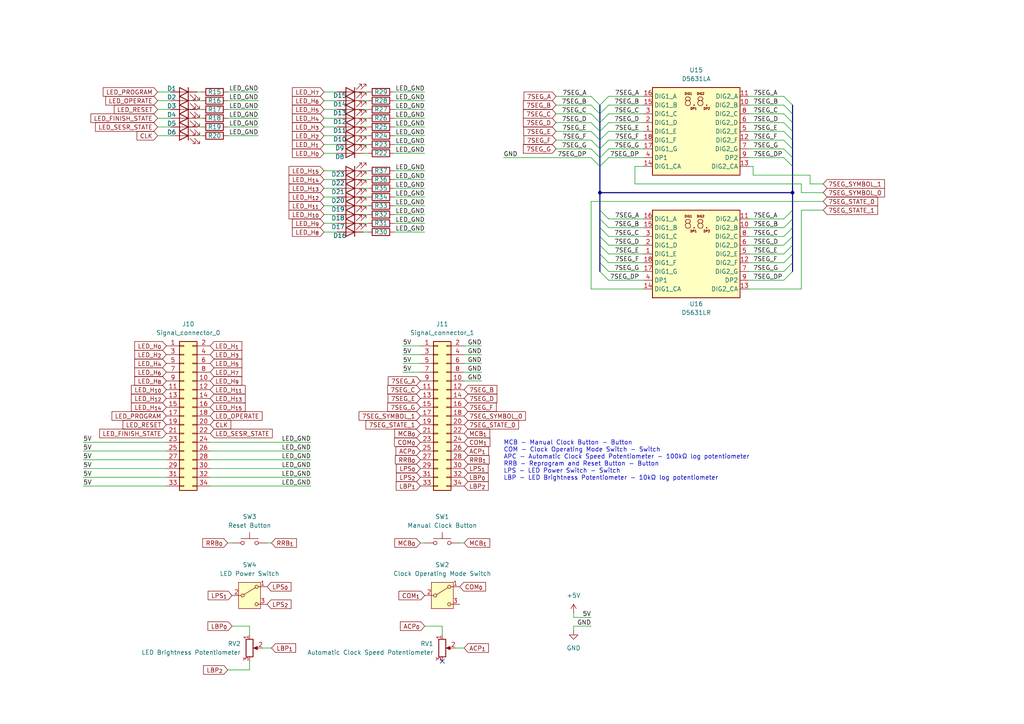
<source format=kicad_sch>
(kicad_sch (version 20250114) (generator "eeschema") (generator_version "9.0")
  (paper "A4")
  (lib_symbols
    (symbol "Connector_Generic:Conn_02x17_Odd_Even" (pin_names (offset 1.016) (hide yes))
      (property "Reference" "J" (at 1.27 22.86 0))
      (property "Value" "Conn_02x17_Odd_Even" (at 1.27 -22.86 0))
      (symbol "Conn_02x17_Odd_Even_1_1"
        (pin passive line (at -5.08 20.32 0) (length 3.81) (name "Pin_1") (number "1"))
        (pin passive line (at -5.08 17.78 0) (length 3.81) (name "Pin_3") (number "3"))
        (pin passive line (at -5.08 15.24 0) (length 3.81) (name "Pin_5") (number "5"))
        (pin passive line (at -5.08 12.7 0) (length 3.81) (name "Pin_7") (number "7"))
        (pin passive line (at -5.08 10.16 0) (length 3.81) (name "Pin_9") (number "9"))
        (pin passive line (at -5.08 7.62 0) (length 3.81) (name "Pin_11") (number "11"))
        (pin passive line (at -5.08 5.08 0) (length 3.81) (name "Pin_13") (number "13"))
        (pin passive line (at -5.08 2.54 0) (length 3.81) (name "Pin_15") (number "15"))
        (pin passive line (at -5.08 0 0) (length 3.81) (name "Pin_17") (number "17"))
        (pin passive line (at -5.08 -2.54 0) (length 3.81) (name "Pin_19") (number "19"))
        (pin passive line (at -5.08 -5.08 0) (length 3.81) (name "Pin_21") (number "21"))
        (pin passive line (at -5.08 -7.62 0) (length 3.81) (name "Pin_23") (number "23"))
        (pin passive line (at -5.08 -10.16 0) (length 3.81) (name "Pin_25") (number "25"))
        (pin passive line (at -5.08 -12.7 0) (length 3.81) (name "Pin_27") (number "27"))
        (pin passive line (at -5.08 -15.24 0) (length 3.81) (name "Pin_29") (number "29"))
        (pin passive line (at -5.08 -17.78 0) (length 3.81) (name "Pin_31") (number "31"))
        (pin passive line (at -5.08 -20.32 0) (length 3.81) (name "Pin_33") (number "33"))
        (pin passive line (at 7.62 20.32 180) (length 3.81) (name "Pin_2") (number "2"))
        (pin passive line (at 7.62 17.78 180) (length 3.81) (name "Pin_4") (number "4"))
        (pin passive line (at 7.62 15.24 180) (length 3.81) (name "Pin_6") (number "6"))
        (pin passive line (at 7.62 12.7 180) (length 3.81) (name "Pin_8") (number "8"))
        (pin passive line (at 7.62 10.16 180) (length 3.81) (name "Pin_10") (number "10"))
        (pin passive line (at 7.62 7.62 180) (length 3.81) (name "Pin_12") (number "12"))
        (pin passive line (at 7.62 5.08 180) (length 3.81) (name "Pin_14") (number "14"))
        (pin passive line (at 7.62 2.54 180) (length 3.81) (name "Pin_16") (number "16"))
        (pin passive line (at 7.62 0 180) (length 3.81) (name "Pin_18") (number "18"))
        (pin passive line (at 7.62 -2.54 180) (length 3.81) (name "Pin_20") (number "20"))
        (pin passive line (at 7.62 -5.08 180) (length 3.81) (name "Pin_22") (number "22"))
        (pin passive line (at 7.62 -7.62 180) (length 3.81) (name "Pin_24") (number "24"))
        (pin passive line (at 7.62 -10.16 180) (length 3.81) (name "Pin_26") (number "26"))
        (pin passive line (at 7.62 -12.7 180) (length 3.81) (name "Pin_28") (number "28"))
        (pin passive line (at 7.62 -15.24 180) (length 3.81) (name "Pin_30") (number "30"))
        (pin passive line (at 7.62 -17.78 180) (length 3.81) (name "Pin_32") (number "32"))
        (pin passive line (at 7.62 -20.32 180) (length 3.81) (name "Pin_34") (number "34"))
      )
    )
    (symbol "Device:LED" (pin_numbers (hide yes)) (pin_names (offset 1.016) (hide yes))
      (property "Reference" "D" (at 0 2.54 0))
      (property "Value" "LED" (at 0 -2.54 0))
      (symbol "LED_1_1"
        (pin passive line (at -3.81 0 0) (length 2.54) (name "K") (number "1"))
        (pin passive line (at 3.81 0 180) (length 2.54) (name "A") (number "2"))
      )
    )
    (symbol "Device:R" (pin_numbers (hide yes)) (pin_names (offset 0))
      (property "Reference" "R" (at 2.032 0 90))
      (property "Value" "R" (at 0 0 90))
      (symbol "R_1_1"
        (pin passive line (at 0 3.81 270) (length 1.27) (name "~") (number "1"))
        (pin passive line (at 0 -3.81 90) (length 1.27) (name "~") (number "2"))
      )
    )
    (symbol "Device:R_Potentiometer" (pin_names (offset 1.016) (hide yes))
      (property "Reference" "RV" (at -4.445 0 90))
      (property "Value" "R_Potentiometer" (at -2.54 0 90))
      (symbol "R_Potentiometer_1_1"
        (pin passive line (at 0 3.81 270) (length 1.27) (name "1") (number "1"))
        (pin passive line (at 0 -3.81 90) (length 1.27) (name "3") (number "3"))
        (pin passive line (at 3.81 0 180) (length 1.27) (name "2") (number "2"))
      )
    )
    (symbol "Display_Character:DA56-11CGKWA"
      (property "Reference" "U" (at -11.43 13.97 0))
      (property "Value" "DA56-11CGKWA" (at 12.7 13.97 0))
      (symbol "DA56-11CGKWA_0_0"
        (text "DIG1" (at -2.286 10.922 0) (effects (font (size 0.635 0.635))))
        (text "DP1" (at -0.762 6.604 0) (effects (font (size 0.635 0.635))))
        (text "8.8." (at 0 8.636 0) (effects (font (size 2.54 2.54))))
        (text "DIG2" (at 1.27 10.922 0) (effects (font (size 0.635 0.635))))
        (text "DP2" (at 3.048 6.604 0) (effects (font (size 0.635 0.635))))
      )
      (symbol "DA56-11CGKWA_1_1"
        (pin input line (at -15.24 10.16 0) (length 2.54) (name "DIG1_A") (number "16"))
        (pin input line (at -15.24 7.62 0) (length 2.54) (name "DIG1_B") (number "15"))
        (pin input line (at -15.24 5.08 0) (length 2.54) (name "DIG1_C") (number "3"))
        (pin input line (at -15.24 2.54 0) (length 2.54) (name "DIG1_D") (number "2"))
        (pin input line (at -15.24 0 0) (length 2.54) (name "DIG1_E") (number "1"))
        (pin input line (at -15.24 -2.54 0) (length 2.54) (name "DIG1_F") (number "18"))
        (pin input line (at -15.24 -5.08 0) (length 2.54) (name "DIG1_G") (number "17"))
        (pin input line (at -15.24 -7.62 0) (length 2.54) (name "DP1") (number "4"))
        (pin input line (at -15.24 -10.16 0) (length 2.54) (name "DIG1_CA") (number "14"))
        (pin input line (at 15.24 10.16 180) (length 2.54) (name "DIG2_A") (number "11"))
        (pin input line (at 15.24 7.62 180) (length 2.54) (name "DIG2_B") (number "10"))
        (pin input line (at 15.24 5.08 180) (length 2.54) (name "DIG2_C") (number "8"))
        (pin input line (at 15.24 2.54 180) (length 2.54) (name "DIG2_D") (number "6"))
        (pin input line (at 15.24 0 180) (length 2.54) (name "DIG2_E") (number "5"))
        (pin input line (at 15.24 -2.54 180) (length 2.54) (name "DIG2_F") (number "12"))
        (pin input line (at 15.24 -5.08 180) (length 2.54) (name "DIG2_G") (number "7"))
        (pin input line (at 15.24 -7.62 180) (length 2.54) (name "DP2") (number "9"))
        (pin input line (at 15.24 -10.16 180) (length 2.54) (name "DIG2_CA") (number "13"))
      )
    )
    (symbol "Switch:SW_Push" (pin_numbers (hide yes)) (pin_names (offset 1.016) (hide yes))
      (property "Reference" "SW" (at 1.27 2.54 0))
      (property "Value" "SW_Push" (at 0 -1.524 0))
      (symbol "SW_Push_0_1"
        (pin passive line (at -5.08 0 0) (length 2.54) (name "1") (number "1"))
        (pin passive line (at 5.08 0 180) (length 2.54) (name "2") (number "2"))
      )
    )
    (symbol "Switch:SW_SPDT" (pin_names (offset 0) (hide yes))
      (property "Reference" "SW" (at 0 5.08 0))
      (property "Value" "SW_SPDT" (at 0 -5.08 0))
      (symbol "SW_SPDT_1_1"
        (pin passive line (at -5.08 0 0) (length 2.54) (name "B") (number "2"))
        (pin passive line (at 5.08 2.54 180) (length 2.54) (name "A") (number "1"))
        (pin passive line (at 5.08 -2.54 180) (length 2.54) (name "C") (number "3"))
      )
    )
    (symbol "power:+5V" (power) (pin_numbers (hide yes)) (pin_names (offset 0) (hide yes))
      (property "Value" "+5V" (at 0 3.556 0))
      (symbol "+5V_1_1"
        (pin power_in line (at 0 0 90) (length 0) (name "~") (number "1"))
      )
    )
    (symbol "power:GND" (power) (pin_numbers (hide yes)) (pin_names (offset 0) (hide yes))
      (property "Value" "GND" (at 0 -3.81 0))
      (symbol "GND_1_1"
        (pin power_in line (at 0 0 270) (length 0) (name "~") (number "1"))
      )
    )
  )
  (text "MCB - Manual Clock Button - Button\nCOM - Clock Operating Mode Switch - Switch\nAPC - Automatic Clock Speed Potentiometer - 100kΩ log potentiometer\nRRB - Reprogram and Reset Button - Button\nLPS - LED Power Switch - Switch\nLBP - LED Brightness Potentiometer - 10kΩ log potentiometer\n" (at 146.05 133.604 0) (effects (font (size 1.27 1.27)) (justify left)))
  (junction (at 173.99 55.88))
  (junction (at 229.87 55.88))
  (no_connect (at 128.27 191.77))
  (bus_entry (at 227.33 35.56) (size 2.54 2.54))
  (bus_entry (at 227.33 43.18) (size 2.54 2.54))
  (bus_entry (at 171.45 27.94) (size 2.54 2.54))
  (bus_entry (at 229.87 78.74) (size -2.54 2.54))
  (bus_entry (at 171.45 38.1) (size 2.54 2.54))
  (bus_entry (at 176.53 38.1) (size -2.54 2.54))
  (bus_entry (at 173.99 68.58) (size 2.54 2.54))
  (bus_entry (at 173.99 71.12) (size 2.54 2.54))
  (bus_entry (at 227.33 27.94) (size 2.54 2.54))
  (bus_entry (at 171.45 33.02) (size 2.54 2.54))
  (bus_entry (at 171.45 45.72) (size 2.54 2.54))
  (bus_entry (at 227.33 30.48) (size 2.54 2.54))
  (bus_entry (at 173.99 63.5) (size 2.54 2.54))
  (bus_entry (at 173.99 73.66) (size 2.54 2.54))
  (bus_entry (at 229.87 73.66) (size -2.54 2.54))
  (bus_entry (at 229.87 71.12) (size -2.54 2.54))
  (bus_entry (at 176.53 30.48) (size -2.54 2.54))
  (bus_entry (at 229.87 68.58) (size -2.54 2.54))
  (bus_entry (at 176.53 45.72) (size -2.54 2.54))
  (bus_entry (at 171.45 43.18) (size 2.54 2.54))
  (bus_entry (at 176.53 40.64) (size -2.54 2.54))
  (bus_entry (at 173.99 66.04) (size 2.54 2.54))
  (bus_entry (at 229.87 63.5) (size -2.54 2.54))
  (bus_entry (at 176.53 33.02) (size -2.54 2.54))
  (bus_entry (at 173.99 60.96) (size 2.54 2.54))
  (bus_entry (at 229.87 66.04) (size -2.54 2.54))
  (bus_entry (at 171.45 40.64) (size 2.54 2.54))
  (bus_entry (at 229.87 60.96) (size -2.54 2.54))
  (bus_entry (at 229.87 76.2) (size -2.54 2.54))
  (bus_entry (at 173.99 78.74) (size 2.54 2.54))
  (bus_entry (at 176.53 35.56) (size -2.54 2.54))
  (bus_entry (at 227.33 45.72) (size 2.54 2.54))
  (bus_entry (at 227.33 38.1) (size 2.54 2.54))
  (bus_entry (at 173.99 76.2) (size 2.54 2.54))
  (bus_entry (at 227.33 33.02) (size 2.54 2.54))
  (bus_entry (at 171.45 35.56) (size 2.54 2.54))
  (bus_entry (at 171.45 30.48) (size 2.54 2.54))
  (bus_entry (at 176.53 43.18) (size -2.54 2.54))
  (bus_entry (at 176.53 27.94) (size -2.54 2.54))
  (bus_entry (at 227.33 40.64) (size 2.54 2.54))
  (wire (pts (xy 114.3 26.67) (xy 123.19 26.67)))
  (wire (pts (xy 171.45 83.82) (xy 171.45 58.42)))
  (wire (pts (xy 121.92 105.41) (xy 116.84 105.41)))
  (bus (pts (xy 173.99 45.72) (xy 173.99 48.26)))
  (bus (pts (xy 229.87 55.88) (xy 229.87 60.96)))
  (wire (pts (xy 106.68 67.31) (xy 105.41 67.31)))
  (wire (pts (xy 171.45 30.48) (xy 161.29 30.48)))
  (wire (pts (xy 58.42 29.21) (xy 57.15 29.21)))
  (wire (pts (xy 24.13 138.43) (xy 48.26 138.43)))
  (bus (pts (xy 173.99 63.5) (xy 173.99 66.04)))
  (wire (pts (xy 121.92 157.48) (xy 123.19 157.48)))
  (wire (pts (xy 93.98 26.67) (xy 97.79 26.67)))
  (wire (pts (xy 114.3 36.83) (xy 123.19 36.83)))
  (wire (pts (xy 217.17 78.74) (xy 227.33 78.74)))
  (wire (pts (xy 58.42 34.29) (xy 57.15 34.29)))
  (wire (pts (xy 217.17 35.56) (xy 227.33 35.56)))
  (wire (pts (xy 58.42 31.75) (xy 57.15 31.75)))
  (bus (pts (xy 229.87 40.64) (xy 229.87 43.18)))
  (bus (pts (xy 173.99 76.2) (xy 173.99 78.74)))
  (wire (pts (xy 106.68 34.29) (xy 105.41 34.29)))
  (wire (pts (xy 134.62 105.41) (xy 139.7 105.41)))
  (wire (pts (xy 171.45 43.18) (xy 161.29 43.18)))
  (wire (pts (xy 60.96 140.97) (xy 90.17 140.97)))
  (wire (pts (xy 60.96 128.27) (xy 90.17 128.27)))
  (wire (pts (xy 58.42 26.67) (xy 57.15 26.67)))
  (wire (pts (xy 217.17 76.2) (xy 227.33 76.2)))
  (wire (pts (xy 218.44 48.26) (xy 218.44 50.8)))
  (wire (pts (xy 93.98 57.15) (xy 97.79 57.15)))
  (wire (pts (xy 186.69 68.58) (xy 176.53 68.58)))
  (bus (pts (xy 229.87 33.02) (xy 229.87 35.56)))
  (bus (pts (xy 229.87 60.96) (xy 229.87 63.5)))
  (wire (pts (xy 106.68 49.53) (xy 105.41 49.53)))
  (wire (pts (xy 171.45 35.56) (xy 161.29 35.56)))
  (wire (pts (xy 24.13 140.97) (xy 48.26 140.97)))
  (wire (pts (xy 171.45 38.1) (xy 161.29 38.1)))
  (wire (pts (xy 114.3 52.07) (xy 123.19 52.07)))
  (bus (pts (xy 229.87 66.04) (xy 229.87 68.58)))
  (wire (pts (xy 166.37 179.07) (xy 171.45 179.07)))
  (wire (pts (xy 58.42 36.83) (xy 57.15 36.83)))
  (wire (pts (xy 186.69 40.64) (xy 176.53 40.64)))
  (wire (pts (xy 217.17 43.18) (xy 227.33 43.18)))
  (wire (pts (xy 93.98 36.83) (xy 97.79 36.83)))
  (wire (pts (xy 121.92 107.95) (xy 116.84 107.95)))
  (wire (pts (xy 45.72 34.29) (xy 49.53 34.29)))
  (wire (pts (xy 217.17 63.5) (xy 227.33 63.5)))
  (wire (pts (xy 93.98 44.45) (xy 97.79 44.45)))
  (wire (pts (xy 106.68 41.91) (xy 105.41 41.91)))
  (wire (pts (xy 93.98 41.91) (xy 97.79 41.91)))
  (wire (pts (xy 58.42 39.37) (xy 57.15 39.37)))
  (wire (pts (xy 217.17 73.66) (xy 227.33 73.66)))
  (wire (pts (xy 171.45 58.42) (xy 238.76 58.42)))
  (bus (pts (xy 229.87 63.5) (xy 229.87 66.04)))
  (wire (pts (xy 218.44 50.8) (xy 234.95 50.8)))
  (wire (pts (xy 114.3 39.37) (xy 123.19 39.37)))
  (wire (pts (xy 232.41 53.34) (xy 232.41 55.88)))
  (wire (pts (xy 234.95 50.8) (xy 234.95 53.34)))
  (wire (pts (xy 24.13 135.89) (xy 48.26 135.89)))
  (wire (pts (xy 186.69 63.5) (xy 176.53 63.5)))
  (wire (pts (xy 134.62 100.33) (xy 139.7 100.33)))
  (wire (pts (xy 232.41 60.96) (xy 232.41 83.82)))
  (wire (pts (xy 134.62 107.95) (xy 139.7 107.95)))
  (wire (pts (xy 60.96 133.35) (xy 90.17 133.35)))
  (wire (pts (xy 60.96 138.43) (xy 90.17 138.43)))
  (wire (pts (xy 72.39 194.31) (xy 72.39 191.77)))
  (wire (pts (xy 217.17 38.1) (xy 227.33 38.1)))
  (wire (pts (xy 184.15 53.34) (xy 184.15 48.26)))
  (wire (pts (xy 234.95 53.34) (xy 238.76 53.34)))
  (bus (pts (xy 229.87 35.56) (xy 229.87 38.1)))
  (wire (pts (xy 76.2 187.96) (xy 78.74 187.96)))
  (wire (pts (xy 217.17 48.26) (xy 218.44 48.26)))
  (wire (pts (xy 114.3 49.53) (xy 123.19 49.53)))
  (wire (pts (xy 186.69 33.02) (xy 176.53 33.02)))
  (wire (pts (xy 114.3 34.29) (xy 123.19 34.29)))
  (bus (pts (xy 173.99 55.88) (xy 229.87 55.88)))
  (bus (pts (xy 229.87 73.66) (xy 229.87 76.2)))
  (bus (pts (xy 229.87 45.72) (xy 229.87 48.26)))
  (wire (pts (xy 186.69 66.04) (xy 176.53 66.04)))
  (wire (pts (xy 186.69 35.56) (xy 176.53 35.56)))
  (wire (pts (xy 217.17 68.58) (xy 227.33 68.58)))
  (wire (pts (xy 106.68 26.67) (xy 105.41 26.67)))
  (wire (pts (xy 217.17 33.02) (xy 227.33 33.02)))
  (wire (pts (xy 93.98 59.69) (xy 97.79 59.69)))
  (wire (pts (xy 72.39 181.61) (xy 72.39 184.15)))
  (wire (pts (xy 166.37 181.61) (xy 171.45 181.61)))
  (wire (pts (xy 67.31 181.61) (xy 72.39 181.61)))
  (wire (pts (xy 106.68 57.15) (xy 105.41 57.15)))
  (bus (pts (xy 173.99 55.88) (xy 173.99 60.96)))
  (wire (pts (xy 186.69 83.82) (xy 171.45 83.82)))
  (wire (pts (xy 217.17 81.28) (xy 227.33 81.28)))
  (wire (pts (xy 45.72 36.83) (xy 49.53 36.83)))
  (wire (pts (xy 45.72 39.37) (xy 49.53 39.37)))
  (wire (pts (xy 66.04 36.83) (xy 74.93 36.83)))
  (bus (pts (xy 173.99 40.64) (xy 173.99 43.18)))
  (wire (pts (xy 217.17 27.94) (xy 227.33 27.94)))
  (wire (pts (xy 66.04 34.29) (xy 74.93 34.29)))
  (wire (pts (xy 66.04 39.37) (xy 74.93 39.37)))
  (wire (pts (xy 93.98 34.29) (xy 97.79 34.29)))
  (wire (pts (xy 186.69 76.2) (xy 176.53 76.2)))
  (wire (pts (xy 134.62 102.87) (xy 139.7 102.87)))
  (wire (pts (xy 186.69 45.72) (xy 176.53 45.72)))
  (wire (pts (xy 66.04 29.21) (xy 74.93 29.21)))
  (wire (pts (xy 128.27 181.61) (xy 128.27 184.15)))
  (wire (pts (xy 121.92 102.87) (xy 116.84 102.87)))
  (bus (pts (xy 173.99 30.48) (xy 173.99 33.02)))
  (wire (pts (xy 45.72 31.75) (xy 49.53 31.75)))
  (wire (pts (xy 106.68 29.21) (xy 105.41 29.21)))
  (wire (pts (xy 184.15 53.34) (xy 232.41 53.34)))
  (wire (pts (xy 106.68 39.37) (xy 105.41 39.37)))
  (wire (pts (xy 93.98 67.31) (xy 97.79 67.31)))
  (wire (pts (xy 114.3 29.21) (xy 123.19 29.21)))
  (wire (pts (xy 114.3 31.75) (xy 123.19 31.75)))
  (wire (pts (xy 217.17 66.04) (xy 227.33 66.04)))
  (wire (pts (xy 106.68 36.83) (xy 105.41 36.83)))
  (wire (pts (xy 93.98 39.37) (xy 97.79 39.37)))
  (wire (pts (xy 114.3 64.77) (xy 123.19 64.77)))
  (bus (pts (xy 173.99 35.56) (xy 173.99 38.1)))
  (wire (pts (xy 93.98 31.75) (xy 97.79 31.75)))
  (wire (pts (xy 114.3 59.69) (xy 123.19 59.69)))
  (wire (pts (xy 114.3 44.45) (xy 123.19 44.45)))
  (wire (pts (xy 106.68 44.45) (xy 105.41 44.45)))
  (wire (pts (xy 186.69 30.48) (xy 176.53 30.48)))
  (wire (pts (xy 67.31 157.48) (xy 66.04 157.48)))
  (wire (pts (xy 121.92 100.33) (xy 116.84 100.33)))
  (wire (pts (xy 217.17 40.64) (xy 227.33 40.64)))
  (wire (pts (xy 106.68 62.23) (xy 105.41 62.23)))
  (bus (pts (xy 229.87 68.58) (xy 229.87 71.12)))
  (wire (pts (xy 60.96 135.89) (xy 90.17 135.89)))
  (bus (pts (xy 229.87 38.1) (xy 229.87 40.64)))
  (wire (pts (xy 114.3 41.91) (xy 123.19 41.91)))
  (wire (pts (xy 166.37 181.61) (xy 166.37 182.88)))
  (wire (pts (xy 106.68 52.07) (xy 105.41 52.07)))
  (wire (pts (xy 93.98 29.21) (xy 97.79 29.21)))
  (wire (pts (xy 66.04 26.67) (xy 74.93 26.67)))
  (bus (pts (xy 229.87 71.12) (xy 229.87 73.66)))
  (wire (pts (xy 24.13 130.81) (xy 48.26 130.81)))
  (wire (pts (xy 114.3 57.15) (xy 123.19 57.15)))
  (bus (pts (xy 173.99 66.04) (xy 173.99 68.58)))
  (wire (pts (xy 123.19 181.61) (xy 128.27 181.61)))
  (wire (pts (xy 146.05 45.72) (xy 171.45 45.72)))
  (wire (pts (xy 217.17 45.72) (xy 227.33 45.72)))
  (wire (pts (xy 217.17 71.12) (xy 227.33 71.12)))
  (wire (pts (xy 106.68 54.61) (xy 105.41 54.61)))
  (wire (pts (xy 217.17 30.48) (xy 227.33 30.48)))
  (bus (pts (xy 229.87 43.18) (xy 229.87 45.72)))
  (bus (pts (xy 173.99 38.1) (xy 173.99 40.64)))
  (wire (pts (xy 134.62 110.49) (xy 139.7 110.49)))
  (wire (pts (xy 186.69 43.18) (xy 176.53 43.18)))
  (wire (pts (xy 186.69 38.1) (xy 176.53 38.1)))
  (bus (pts (xy 173.99 60.96) (xy 173.99 63.5)))
  (wire (pts (xy 93.98 64.77) (xy 97.79 64.77)))
  (wire (pts (xy 238.76 60.96) (xy 232.41 60.96)))
  (wire (pts (xy 186.69 81.28) (xy 176.53 81.28)))
  (wire (pts (xy 106.68 31.75) (xy 105.41 31.75)))
  (bus (pts (xy 229.87 48.26) (xy 229.87 55.88)))
  (wire (pts (xy 166.37 177.8) (xy 166.37 179.07)))
  (wire (pts (xy 171.45 40.64) (xy 161.29 40.64)))
  (wire (pts (xy 93.98 54.61) (xy 97.79 54.61)))
  (bus (pts (xy 229.87 30.48) (xy 229.87 33.02)))
  (wire (pts (xy 186.69 27.94) (xy 176.53 27.94)))
  (wire (pts (xy 171.45 27.94) (xy 161.29 27.94)))
  (wire (pts (xy 114.3 54.61) (xy 123.19 54.61)))
  (bus (pts (xy 229.87 76.2) (xy 229.87 78.74)))
  (wire (pts (xy 186.69 73.66) (xy 176.53 73.66)))
  (wire (pts (xy 66.04 31.75) (xy 74.93 31.75)))
  (wire (pts (xy 186.69 78.74) (xy 176.53 78.74)))
  (wire (pts (xy 24.13 133.35) (xy 48.26 133.35)))
  (bus (pts (xy 173.99 68.58) (xy 173.99 71.12)))
  (wire (pts (xy 114.3 62.23) (xy 123.19 62.23)))
  (wire (pts (xy 171.45 33.02) (xy 161.29 33.02)))
  (wire (pts (xy 93.98 49.53) (xy 97.79 49.53)))
  (wire (pts (xy 93.98 62.23) (xy 97.79 62.23)))
  (wire (pts (xy 106.68 64.77) (xy 105.41 64.77)))
  (wire (pts (xy 184.15 48.26) (xy 186.69 48.26)))
  (wire (pts (xy 93.98 52.07) (xy 97.79 52.07)))
  (wire (pts (xy 133.35 157.48) (xy 134.62 157.48)))
  (wire (pts (xy 106.68 59.69) (xy 105.41 59.69)))
  (bus (pts (xy 173.99 71.12) (xy 173.99 73.66)))
  (wire (pts (xy 66.04 194.31) (xy 72.39 194.31)))
  (wire (pts (xy 114.3 67.31) (xy 123.19 67.31)))
  (wire (pts (xy 132.08 187.96) (xy 134.62 187.96)))
  (bus (pts (xy 173.99 73.66) (xy 173.99 76.2)))
  (wire (pts (xy 77.47 157.48) (xy 78.74 157.48)))
  (wire (pts (xy 232.41 55.88) (xy 238.76 55.88)))
  (bus (pts (xy 173.99 48.26) (xy 173.99 55.88)))
  (wire (pts (xy 60.96 130.81) (xy 90.17 130.81)))
  (wire (pts (xy 24.13 128.27) (xy 48.26 128.27)))
  (wire (pts (xy 217.17 83.82) (xy 232.41 83.82)))
  (wire (pts (xy 45.72 29.21) (xy 49.53 29.21)))
  (bus (pts (xy 173.99 33.02) (xy 173.99 35.56)))
  (bus (pts (xy 173.99 43.18) (xy 173.99 45.72)))
  (wire (pts (xy 45.72 26.67) (xy 49.53 26.67)))
  (wire (pts (xy 186.69 71.12) (xy 176.53 71.12)))
  (label "7SEG_C" (at 218.44 68.58 0))
  (label "5V" (at 116.84 105.41 0))
  (label "5V" (at 171.45 179.07 180))
  (label "7SEG_E" (at 218.44 73.66 0))
  (label "7SEG_DP" (at 218.44 81.28 0))
  (label "LED_GND" (at 123.19 54.61 180))
  (label "7SEG_G" (at 170.18 43.18 180))
  (label "LED_GND" (at 123.19 34.29 180))
  (label "7SEG_D" (at 185.42 35.56 180))
  (label "7SEG_D" (at 185.42 71.12 180))
  (label "7SEG_B" (at 185.42 30.48 180))
  (label "7SEG_DP" (at 185.42 45.72 180))
  (label "LED_GND" (at 123.19 29.21 180))
  (label "7SEG_F" (at 170.18 40.64 180))
  (label "GND" (at 146.05 45.72 0))
  (label "LED_GND" (at 74.93 36.83 180))
  (label "7SEG_F" (at 218.44 76.2 0))
  (label "5V" (at 24.13 130.81 0))
  (label "5V" (at 24.13 133.35 0))
  (label "7SEG_C" (at 170.18 33.02 180))
  (label "7SEG_E" (at 185.42 38.1 180))
  (label "LED_GND" (at 74.93 34.29 180))
  (label "7SEG_A" (at 185.42 27.94 180))
  (label "LED_GND" (at 90.17 133.35 180))
  (label "5V" (at 24.13 135.89 0))
  (label "7SEG_B" (at 218.44 30.48 0))
  (label "7SEG_D" (at 170.18 35.56 180))
  (label "5V" (at 24.13 128.27 0))
  (label "GND" (at 139.7 105.41 180))
  (label "7SEG_A" (at 185.42 63.5 180))
  (label "LED_GND" (at 123.19 52.07 180))
  (label "5V" (at 24.13 138.43 0))
  (label "GND" (at 139.7 102.87 180))
  (label "LED_GND" (at 123.19 31.75 180))
  (label "LED_GND" (at 74.93 29.21 180))
  (label "7SEG_G" (at 218.44 43.18 0))
  (label "7SEG_F" (at 185.42 76.2 180))
  (label "LED_GND" (at 74.93 31.75 180))
  (label "LED_GND" (at 123.19 44.45 180))
  (label "GND" (at 139.7 110.49 180))
  (label "7SEG_A" (at 218.44 63.5 0))
  (label "7SEG_E" (at 185.42 73.66 180))
  (label "LED_GND" (at 74.93 39.37 180))
  (label "LED_GND" (at 123.19 57.15 180))
  (label "LED_GND" (at 123.19 26.67 180))
  (label "7SEG_DP" (at 218.44 45.72 0))
  (label "LED_GND" (at 90.17 138.43 180))
  (label "LED_GND" (at 74.93 26.67 180))
  (label "GND" (at 139.7 100.33 180))
  (label "LED_GND" (at 123.19 36.83 180))
  (label "7SEG_D" (at 218.44 71.12 0))
  (label "7SEG_G" (at 185.42 43.18 180))
  (label "7SEG_B" (at 218.44 66.04 0))
  (label "7SEG_B" (at 170.18 30.48 180))
  (label "7SEG_G" (at 185.42 78.74 180))
  (label "LED_GND" (at 123.19 67.31 180))
  (label "LED_GND" (at 123.19 59.69 180))
  (label "7SEG_C" (at 185.42 33.02 180))
  (label "7SEG_D" (at 218.44 35.56 0))
  (label "GND" (at 139.7 107.95 180))
  (label "LED_GND" (at 123.19 49.53 180))
  (label "LED_GND" (at 123.19 41.91 180))
  (label "5V" (at 116.84 100.33 0))
  (label "LED_GND" (at 90.17 135.89 180))
  (label "7SEG_F" (at 185.42 40.64 180))
  (label "5V" (at 116.84 107.95 0))
  (label "7SEG_F" (at 218.44 40.64 0))
  (label "7SEG_A" (at 218.44 27.94 0))
  (label "7SEG_B" (at 185.42 66.04 180))
  (label "7SEG_C" (at 185.42 68.58 180))
  (label "7SEG_C" (at 218.44 33.02 0))
  (label "GND" (at 171.45 181.61 180))
  (label "7SEG_DP" (at 185.42 81.28 180))
  (label "5V" (at 24.13 140.97 0))
  (label "LED_GND" (at 123.19 64.77 180))
  (label "7SEG_E" (at 218.44 38.1 0))
  (label "LED_GND" (at 90.17 130.81 180))
  (label "LED_GND" (at 90.17 140.97 180))
  (label "7SEG_A" (at 170.18 27.94 180))
  (label "LED_GND" (at 123.19 62.23 180))
  (label "LED_GND" (at 123.19 39.37 180))
  (label "7SEG_DP" (at 170.18 45.72 180))
  (label "LED_GND" (at 90.17 128.27 180))
  (label "7SEG_G" (at 218.44 78.74 0))
  (label "7SEG_E" (at 170.18 38.1 180))
  (label "5V" (at 116.84 102.87 0))
  (global_label "7SEG_E" (shape input) (at 161.29 38.1 180) (property "Intersheetrefs" "${INTERSHEET_REFS}" (effects (hide yes))))
  (global_label "CLK" (shape input) (at 60.96 123.19 0) (property "Intersheetrefs" "${INTERSHEET_REFS}" (effects (hide yes))))
  (global_label "7SEG_C" (shape input) (at 121.92 113.03 180) (property "Intersheetrefs" "${INTERSHEET_REFS}" (effects (hide yes))))
  (global_label "LED_PROGRAM" (shape input) (at 48.26 120.65 180) (property "Intersheetrefs" "${INTERSHEET_REFS}" (effects (hide yes))))
  (global_label "LED_H_{6}" (shape input) (at 48.26 107.95 180) (property "Intersheetrefs" "${INTERSHEET_REFS}" (effects (hide yes))))
  (global_label "LED_H_{9}" (shape input) (at 93.98 64.77 180) (property "Intersheetrefs" "${INTERSHEET_REFS}" (effects (hide yes))))
  (global_label "LBP_{0}" (shape input) (at 67.31 181.61 180) (property "Intersheetrefs" "${INTERSHEET_REFS}" (effects (hide yes))))
  (global_label "7SEG_G" (shape input) (at 121.92 118.11 180) (property "Intersheetrefs" "${INTERSHEET_REFS}" (effects (hide yes))))
  (global_label "LED_RESET" (shape input) (at 48.26 123.19 180) (property "Intersheetrefs" "${INTERSHEET_REFS}" (effects (hide yes))))
  (global_label "COM_{1}" (shape input) (at 134.62 128.27 0) (property "Intersheetrefs" "${INTERSHEET_REFS}" (effects (hide yes))))
  (global_label "LED_H_{4}" (shape input) (at 48.26 105.41 180) (property "Intersheetrefs" "${INTERSHEET_REFS}" (effects (hide yes))))
  (global_label "LED_H_{11}" (shape input) (at 60.96 113.03 0) (property "Intersheetrefs" "${INTERSHEET_REFS}" (effects (hide yes))))
  (global_label "LBP_{2}" (shape input) (at 66.04 194.31 180) (property "Intersheetrefs" "${INTERSHEET_REFS}" (effects (hide yes))))
  (global_label "LED_H_{15}" (shape input) (at 60.96 118.11 0) (property "Intersheetrefs" "${INTERSHEET_REFS}" (effects (hide yes))))
  (global_label "ACP_{0}" (shape input) (at 121.92 130.81 180) (property "Intersheetrefs" "${INTERSHEET_REFS}" (effects (hide yes))))
  (global_label "7SEG_STATE_0" (shape input) (at 238.76 58.42 0) (property "Intersheetrefs" "${INTERSHEET_REFS}" (effects (hide yes))))
  (global_label "LED_H_{6}" (shape input) (at 93.98 29.21 180) (property "Intersheetrefs" "${INTERSHEET_REFS}" (effects (hide yes))))
  (global_label "7SEG_D" (shape input) (at 134.62 115.57 0) (property "Intersheetrefs" "${INTERSHEET_REFS}" (effects (hide yes))))
  (global_label "ACP_{0}" (shape input) (at 123.19 181.61 180) (property "Intersheetrefs" "${INTERSHEET_REFS}" (effects (hide yes))))
  (global_label "LED_H_{14}" (shape input) (at 93.98 52.07 180) (property "Intersheetrefs" "${INTERSHEET_REFS}" (effects (hide yes))))
  (global_label "7SEG_B" (shape input) (at 161.29 30.48 180) (property "Intersheetrefs" "${INTERSHEET_REFS}" (effects (hide yes))))
  (global_label "LED_H_{5}" (shape input) (at 93.98 31.75 180) (property "Intersheetrefs" "${INTERSHEET_REFS}" (effects (hide yes))))
  (global_label "LBP_{2}" (shape input) (at 134.62 140.97 0) (property "Intersheetrefs" "${INTERSHEET_REFS}" (effects (hide yes))))
  (global_label "LPS_{2}" (shape input) (at 77.47 175.26 0) (property "Intersheetrefs" "${INTERSHEET_REFS}" (effects (hide yes))))
  (global_label "7SEG_E" (shape input) (at 121.92 115.57 180) (property "Intersheetrefs" "${INTERSHEET_REFS}" (effects (hide yes))))
  (global_label "7SEG_STATE_0" (shape input) (at 134.62 123.19 0) (property "Intersheetrefs" "${INTERSHEET_REFS}" (effects (hide yes))))
  (global_label "7SEG_C" (shape input) (at 161.29 33.02 180) (property "Intersheetrefs" "${INTERSHEET_REFS}" (effects (hide yes))))
  (global_label "MCB_{0}" (shape input) (at 121.92 157.48 180) (property "Intersheetrefs" "${INTERSHEET_REFS}" (effects (hide yes))))
  (global_label "LED_H_{11}" (shape input) (at 93.98 59.69 180) (property "Intersheetrefs" "${INTERSHEET_REFS}" (effects (hide yes))))
  (global_label "LED_H_{2}" (shape input) (at 93.98 39.37 180) (property "Intersheetrefs" "${INTERSHEET_REFS}" (effects (hide yes))))
  (global_label "7SEG_SYMBOL_1" (shape input) (at 121.92 120.65 180) (property "Intersheetrefs" "${INTERSHEET_REFS}" (effects (hide yes))))
  (global_label "7SEG_F" (shape input) (at 161.29 40.64 180) (property "Intersheetrefs" "${INTERSHEET_REFS}" (effects (hide yes))))
  (global_label "LED_H_{0}" (shape input) (at 93.98 44.45 180) (property "Intersheetrefs" "${INTERSHEET_REFS}" (effects (hide yes))))
  (global_label "LPS_{1}" (shape input) (at 134.62 135.89 0) (property "Intersheetrefs" "${INTERSHEET_REFS}" (effects (hide yes))))
  (global_label "COM_{1}" (shape input) (at 123.19 172.72 180) (property "Intersheetrefs" "${INTERSHEET_REFS}" (effects (hide yes))))
  (global_label "LED_H_{1}" (shape input) (at 60.96 100.33 0) (property "Intersheetrefs" "${INTERSHEET_REFS}" (effects (hide yes))))
  (global_label "LED_H_{15}" (shape input) (at 93.98 49.53 180) (property "Intersheetrefs" "${INTERSHEET_REFS}" (effects (hide yes))))
  (global_label "MCB_{1}" (shape input) (at 134.62 125.73 0) (property "Intersheetrefs" "${INTERSHEET_REFS}" (effects (hide yes))))
  (global_label "COM_{0}" (shape input) (at 121.92 128.27 180) (property "Intersheetrefs" "${INTERSHEET_REFS}" (effects (hide yes))))
  (global_label "LED_RESET" (shape input) (at 45.72 31.75 180) (property "Intersheetrefs" "${INTERSHEET_REFS}" (effects (hide yes))))
  (global_label "LED_PROGRAM" (shape input) (at 45.72 26.67 180) (property "Intersheetrefs" "${INTERSHEET_REFS}" (effects (hide yes))))
  (global_label "LBP_{0}" (shape input) (at 134.62 138.43 0) (property "Intersheetrefs" "${INTERSHEET_REFS}" (effects (hide yes))))
  (global_label "LED_H_{5}" (shape input) (at 60.96 105.41 0) (property "Intersheetrefs" "${INTERSHEET_REFS}" (effects (hide yes))))
  (global_label "COM_{0}" (shape input) (at 133.35 170.18 0) (property "Intersheetrefs" "${INTERSHEET_REFS}" (effects (hide yes))))
  (global_label "7SEG_SYMBOL_0" (shape input) (at 238.76 55.88 0) (property "Intersheetrefs" "${INTERSHEET_REFS}" (effects (hide yes))))
  (global_label "MCB_{0}" (shape input) (at 121.92 125.73 180) (property "Intersheetrefs" "${INTERSHEET_REFS}" (effects (hide yes))))
  (global_label "LED_H_{12}" (shape input) (at 93.98 57.15 180) (property "Intersheetrefs" "${INTERSHEET_REFS}" (effects (hide yes))))
  (global_label "RRB_{0}" (shape input) (at 121.92 133.35 180) (property "Intersheetrefs" "${INTERSHEET_REFS}" (effects (hide yes))))
  (global_label "7SEG_F" (shape input) (at 134.62 118.11 0) (property "Intersheetrefs" "${INTERSHEET_REFS}" (effects (hide yes))))
  (global_label "LED_OPERATE" (shape input) (at 60.96 120.65 0) (property "Intersheetrefs" "${INTERSHEET_REFS}" (effects (hide yes))))
  (global_label "LED_H_{7}" (shape input) (at 93.98 26.67 180) (property "Intersheetrefs" "${INTERSHEET_REFS}" (effects (hide yes))))
  (global_label "LPS_{0}" (shape input) (at 77.47 170.18 0) (property "Intersheetrefs" "${INTERSHEET_REFS}" (effects (hide yes))))
  (global_label "MCB_{1}" (shape input) (at 134.62 157.48 0) (property "Intersheetrefs" "${INTERSHEET_REFS}" (effects (hide yes))))
  (global_label "LED_H_{3}" (shape input) (at 93.98 36.83 180) (property "Intersheetrefs" "${INTERSHEET_REFS}" (effects (hide yes))))
  (global_label "LED_FINISH_STATE" (shape input) (at 48.26 125.73 180) (property "Intersheetrefs" "${INTERSHEET_REFS}" (effects (hide yes))))
  (global_label "7SEG_A" (shape input) (at 121.92 110.49 180) (property "Intersheetrefs" "${INTERSHEET_REFS}" (effects (hide yes))))
  (global_label "LED_SESR_STATE" (shape input) (at 60.96 125.73 0) (property "Intersheetrefs" "${INTERSHEET_REFS}" (effects (hide yes))))
  (global_label "7SEG_G" (shape input) (at 161.29 43.18 180) (property "Intersheetrefs" "${INTERSHEET_REFS}" (effects (hide yes))))
  (global_label "7SEG_A" (shape input) (at 161.29 27.94 180) (property "Intersheetrefs" "${INTERSHEET_REFS}" (effects (hide yes))))
  (global_label "LED_H_{13}" (shape input) (at 93.98 54.61 180) (property "Intersheetrefs" "${INTERSHEET_REFS}" (effects (hide yes))))
  (global_label "LED_H_{1}" (shape input) (at 93.98 41.91 180) (property "Intersheetrefs" "${INTERSHEET_REFS}" (effects (hide yes))))
  (global_label "LED_H_{0}" (shape input) (at 48.26 100.33 180) (property "Intersheetrefs" "${INTERSHEET_REFS}" (effects (hide yes))))
  (global_label "RRB_{0}" (shape input) (at 66.04 157.48 180) (property "Intersheetrefs" "${INTERSHEET_REFS}" (effects (hide yes))))
  (global_label "LED_SESR_STATE" (shape input) (at 45.72 36.83 180) (property "Intersheetrefs" "${INTERSHEET_REFS}" (effects (hide yes))))
  (global_label "7SEG_SYMBOL_1" (shape input) (at 238.76 53.34 0) (property "Intersheetrefs" "${INTERSHEET_REFS}" (effects (hide yes))))
  (global_label "LPS_{2}" (shape input) (at 121.92 138.43 180) (property "Intersheetrefs" "${INTERSHEET_REFS}" (effects (hide yes))))
  (global_label "7SEG_B" (shape input) (at 134.62 113.03 0) (property "Intersheetrefs" "${INTERSHEET_REFS}" (effects (hide yes))))
  (global_label "LED_H_{13}" (shape input) (at 60.96 115.57 0) (property "Intersheetrefs" "${INTERSHEET_REFS}" (effects (hide yes))))
  (global_label "LBP_{1}" (shape input) (at 78.74 187.96 0) (property "Intersheetrefs" "${INTERSHEET_REFS}" (effects (hide yes))))
  (global_label "LED_H_{9}" (shape input) (at 60.96 110.49 0) (property "Intersheetrefs" "${INTERSHEET_REFS}" (effects (hide yes))))
  (global_label "LED_H_{7}" (shape input) (at 60.96 107.95 0) (property "Intersheetrefs" "${INTERSHEET_REFS}" (effects (hide yes))))
  (global_label "LED_H_{4}" (shape input) (at 93.98 34.29 180) (property "Intersheetrefs" "${INTERSHEET_REFS}" (effects (hide yes))))
  (global_label "7SEG_STATE_1" (shape input) (at 121.92 123.19 180) (property "Intersheetrefs" "${INTERSHEET_REFS}" (effects (hide yes))))
  (global_label "ACP_{1}" (shape input) (at 134.62 130.81 0) (property "Intersheetrefs" "${INTERSHEET_REFS}" (effects (hide yes))))
  (global_label "RRB_{1}" (shape input) (at 78.74 157.48 0) (property "Intersheetrefs" "${INTERSHEET_REFS}" (effects (hide yes))))
  (global_label "LED_H_{12}" (shape input) (at 48.26 115.57 180) (property "Intersheetrefs" "${INTERSHEET_REFS}" (effects (hide yes))))
  (global_label "LED_H_{3}" (shape input) (at 60.96 102.87 0) (property "Intersheetrefs" "${INTERSHEET_REFS}" (effects (hide yes))))
  (global_label "CLK" (shape input) (at 45.72 39.37 180) (property "Intersheetrefs" "${INTERSHEET_REFS}" (effects (hide yes))))
  (global_label "LED_H_{8}" (shape input) (at 48.26 110.49 180) (property "Intersheetrefs" "${INTERSHEET_REFS}" (effects (hide yes))))
  (global_label "RRB_{1}" (shape input) (at 134.62 133.35 0) (property "Intersheetrefs" "${INTERSHEET_REFS}" (effects (hide yes))))
  (global_label "LED_H_{14}" (shape input) (at 48.26 118.11 180) (property "Intersheetrefs" "${INTERSHEET_REFS}" (effects (hide yes))))
  (global_label "7SEG_SYMBOL_0" (shape input) (at 134.62 120.65 0) (property "Intersheetrefs" "${INTERSHEET_REFS}" (effects (hide yes))))
  (global_label "LPS_{1}" (shape input) (at 67.31 172.72 180) (property "Intersheetrefs" "${INTERSHEET_REFS}" (effects (hide yes))))
  (global_label "LBP_{1}" (shape input) (at 121.92 140.97 180) (property "Intersheetrefs" "${INTERSHEET_REFS}" (effects (hide yes))))
  (global_label "LED_OPERATE" (shape input) (at 45.72 29.21 180) (property "Intersheetrefs" "${INTERSHEET_REFS}" (effects (hide yes))))
  (global_label "LED_H_{10}" (shape input) (at 48.26 113.03 180) (property "Intersheetrefs" "${INTERSHEET_REFS}" (effects (hide yes))))
  (global_label "7SEG_STATE_1" (shape input) (at 238.76 60.96 0) (property "Intersheetrefs" "${INTERSHEET_REFS}" (effects (hide yes))))
  (global_label "LED_FINISH_STATE" (shape input) (at 45.72 34.29 180) (property "Intersheetrefs" "${INTERSHEET_REFS}" (effects (hide yes))))
  (global_label "ACP_{1}" (shape input) (at 134.62 187.96 0) (property "Intersheetrefs" "${INTERSHEET_REFS}" (effects (hide yes))))
  (global_label "LPS_{0}" (shape input) (at 121.92 135.89 180) (property "Intersheetrefs" "${INTERSHEET_REFS}" (effects (hide yes))))
  (global_label "LED_H_{8}" (shape input) (at 93.98 67.31 180) (property "Intersheetrefs" "${INTERSHEET_REFS}" (effects (hide yes))))
  (global_label "LED_H_{2}" (shape input) (at 48.26 102.87 180) (property "Intersheetrefs" "${INTERSHEET_REFS}" (effects (hide yes))))
  (global_label "LED_H_{10}" (shape input) (at 93.98 62.23 180) (property "Intersheetrefs" "${INTERSHEET_REFS}" (effects (hide yes))))
  (global_label "7SEG_D" (shape input) (at 161.29 35.56 180) (property "Intersheetrefs" "${INTERSHEET_REFS}" (effects (hide yes))))
  (symbol (lib_id "Device:LED") (at 101.6 39.37 180) (unit 1)
    (property "Reference" "D10" (at 98.552 40.386 0))
    (property "Value" "LED_HEADER2" (effects (hide yes)))
    (property "Footprint" "LED_THT:LED_D5.0mm" (effects (hide yes)))
    (property "Description" "Light emitting diode" (effects (hide yes)))
    (property "Sim.Pins" "1=K 2=A" (effects (hide yes)))
  )
  (symbol (lib_id "Device:LED") (at 53.34 36.83 0) (mirror y) (unit 1)
    (property "Reference" "D5" (at 49.784 35.814 0))
    (property "Value" "LED_SESR_STATE_G" (effects (hide yes)))
    (property "Footprint" "LED_THT:LED_D5.0mm" (effects (hide yes)))
    (property "Description" "Light emitting diode" (effects (hide yes)))
    (property "Sim.Pins" "1=K 2=A" (effects (hide yes)))
  )
  (symbol (lib_id "Switch:SW_SPDT") (at 128.27 172.72 0) (unit 1)
    (property "Reference" "SW2" (at 128.27 163.83 0))
    (property "Value" "Clock Operating Mode Switch" (at 128.27 166.37 0))
    (property "Description" "Switch, single pole double throw" (effects (hide yes)))
  )
  (symbol (lib_id "Device:LED") (at 101.6 29.21 180) (unit 1)
    (property "Reference" "D14" (at 98.552 30.226 0))
    (property "Value" "LED_HEADER6" (effects (hide yes)))
    (property "Footprint" "LED_THT:LED_D5.0mm" (effects (hide yes)))
    (property "Description" "Light emitting diode" (effects (hide yes)))
    (property "Sim.Pins" "1=K 2=A" (effects (hide yes)))
  )
  (symbol (lib_id "Display_Character:DA56-11CGKWA") (at 201.93 73.66 0) (unit 1)
    (property "Reference" "U16" (at 201.93 88.138 0))
    (property "Value" "D5631LR" (at 201.93 90.678 0))
    (property "Footprint" "Display_7Segment:DA56-11CGKWA" (effects (hide yes)))
    (property "Datasheet" "http://www.kingbright.com/attachments/file/psearch/000/00/00/DA56-11CGKWA(Ver.16A).pdf" (effects (hide yes)))
    (property "Description" "Double digit 7 segment green LED common anode" (effects (hide yes)))
  )
  (symbol (lib_id "Device:LED") (at 101.6 59.69 180) (unit 1)
    (property "Reference" "D19" (at 98.044 60.706 0))
    (property "Value" "LED_HEADER11" (effects (hide yes)))
    (property "Footprint" "LED_THT:LED_D5.0mm" (effects (hide yes)))
    (property "Description" "Light emitting diode" (effects (hide yes)))
    (property "Sim.Pins" "1=K 2=A" (effects (hide yes)))
  )
  (symbol (lib_id "Display_Character:DA56-11CGKWA") (at 201.93 38.1 0) (unit 1)
    (property "Reference" "U15" (at 201.93 20.32 0))
    (property "Value" "D5631LA" (at 201.93 22.86 0))
    (property "Footprint" "Display_7Segment:DA56-11CGKWA" (effects (hide yes)))
    (property "Datasheet" "http://www.kingbright.com/attachments/file/psearch/000/00/00/DA56-11CGKWA(Ver.16A).pdf" (effects (hide yes)))
    (property "Description" "Double digit 7 segment green LED common anode" (effects (hide yes)))
  )
  (symbol (lib_id "Device:LED") (at 101.6 44.45 180) (unit 1)
    (property "Reference" "D8" (at 98.552 45.466 0))
    (property "Value" "LED_HEADER0" (effects (hide yes)))
    (property "Footprint" "LED_THT:LED_D5.0mm" (effects (hide yes)))
    (property "Description" "Light emitting diode" (effects (hide yes)))
    (property "Sim.Pins" "1=K 2=A" (effects (hide yes)))
  )
  (symbol (lib_id "Device:R") (at 62.23 34.29 90) (unit 1)
    (property "Reference" "R18" (at 62.23 34.29 90))
    (property "Value" "330Ω" (effects (hide yes)))
    (property "Footprint" "Resistor_THT:R_Axial_DIN0207_L6.3mm_D2.5mm_P10.16mm_Horizontal" (effects (hide yes)))
    (property "Description" "Resistor" (effects (hide yes)))
  )
  (symbol (lib_id "Device:R") (at 110.49 29.21 90) (mirror x) (unit 1)
    (property "Reference" "R28" (at 110.49 29.21 90))
    (property "Value" "330Ω" (effects (hide yes)))
    (property "Footprint" "Resistor_THT:R_Axial_DIN0207_L6.3mm_D2.5mm_P10.16mm_Horizontal" (effects (hide yes)))
    (property "Description" "Resistor" (effects (hide yes)))
  )
  (symbol (lib_id "Device:LED") (at 101.6 34.29 180) (unit 1)
    (property "Reference" "D12" (at 98.552 35.306 0))
    (property "Value" "LED_HEADER4" (effects (hide yes)))
    (property "Footprint" "LED_THT:LED_D5.0mm" (effects (hide yes)))
    (property "Description" "Light emitting diode" (effects (hide yes)))
    (property "Sim.Pins" "1=K 2=A" (effects (hide yes)))
  )
  (symbol (lib_id "Device:LED") (at 53.34 34.29 0) (mirror y) (unit 1)
    (property "Reference" "D4" (at 49.784 33.274 0))
    (property "Value" "LED_FINISH_STATE_Y" (effects (hide yes)))
    (property "Footprint" "LED_THT:LED_D5.0mm" (effects (hide yes)))
    (property "Description" "Light emitting diode" (effects (hide yes)))
    (property "Sim.Pins" "1=K 2=A" (effects (hide yes)))
  )
  (symbol (lib_id "Device:LED") (at 101.6 31.75 180) (unit 1)
    (property "Reference" "D13" (at 98.552 32.766 0))
    (property "Value" "LED_HEADER5" (effects (hide yes)))
    (property "Footprint" "LED_THT:LED_D5.0mm" (effects (hide yes)))
    (property "Description" "Light emitting diode" (effects (hide yes)))
    (property "Sim.Pins" "1=K 2=A" (effects (hide yes)))
  )
  (symbol (lib_id "Device:R") (at 62.23 26.67 90) (unit 1)
    (property "Reference" "R15" (at 62.23 26.67 90))
    (property "Value" "330Ω" (effects (hide yes)))
    (property "Footprint" "Resistor_THT:R_Axial_DIN0207_L6.3mm_D2.5mm_P10.16mm_Horizontal" (effects (hide yes)))
    (property "Description" "Resistor" (effects (hide yes)))
  )
  (symbol (lib_id "Device:LED") (at 53.34 29.21 0) (mirror y) (unit 1)
    (property "Reference" "D2" (at 49.784 28.194 0))
    (property "Value" "LED_PROGRAM_R" (effects (hide yes)))
    (property "Footprint" "LED_THT:LED_D5.0mm" (effects (hide yes)))
    (property "Description" "Light emitting diode" (effects (hide yes)))
    (property "Sim.Pins" "1=K 2=A" (effects (hide yes)))
  )
  (symbol (lib_id "Device:LED") (at 101.6 52.07 180) (unit 1)
    (property "Reference" "D22" (at 98.044 53.086 0))
    (property "Value" "LED_HEADER14" (effects (hide yes)))
    (property "Footprint" "LED_THT:LED_D5.0mm" (effects (hide yes)))
    (property "Description" "Light emitting diode" (effects (hide yes)))
    (property "Sim.Pins" "1=K 2=A" (effects (hide yes)))
  )
  (symbol (lib_id "Device:R") (at 110.49 54.61 90) (mirror x) (unit 1)
    (property "Reference" "R35" (at 110.49 54.61 90))
    (property "Value" "330Ω" (effects (hide yes)))
    (property "Footprint" "Resistor_THT:R_Axial_DIN0207_L6.3mm_D2.5mm_P10.16mm_Horizontal" (effects (hide yes)))
    (property "Description" "Resistor" (effects (hide yes)))
  )
  (symbol (lib_id "Device:R_Potentiometer") (at 128.27 187.96 0) (unit 1)
    (property "Reference" "RV1" (at 125.73 186.6899 0) (effects (justify right)))
    (property "Value" "Automatic Clock Speed Potentiometer" (at 125.73 189.2299 0) (effects (justify right)))
    (property "Description" "Potentiometer" (effects (hide yes)))
  )
  (symbol (lib_id "Device:R") (at 110.49 41.91 90) (mirror x) (unit 1)
    (property "Reference" "R23" (at 110.49 41.91 90))
    (property "Value" "330Ω" (effects (hide yes)))
    (property "Footprint" "Resistor_THT:R_Axial_DIN0207_L6.3mm_D2.5mm_P10.16mm_Horizontal" (effects (hide yes)))
    (property "Description" "Resistor" (effects (hide yes)))
  )
  (symbol (lib_id "Device:LED") (at 101.6 49.53 180) (unit 1)
    (property "Reference" "D23" (at 98.044 50.546 0))
    (property "Value" "LED_HEADER15" (effects (hide yes)))
    (property "Footprint" "LED_THT:LED_D5.0mm" (effects (hide yes)))
    (property "Description" "Light emitting diode" (effects (hide yes)))
    (property "Sim.Pins" "1=K 2=A" (effects (hide yes)))
  )
  (symbol (lib_id "Switch:SW_Push") (at 128.27 157.48 0) (unit 1)
    (property "Reference" "SW1" (at 128.27 149.86 0))
    (property "Value" "Manual Clock Button" (at 128.27 152.4 0))
    (property "Description" "Push button switch, generic, two pins" (effects (hide yes)))
  )
  (symbol (lib_id "Device:R") (at 62.23 39.37 90) (unit 1)
    (property "Reference" "R20" (at 62.23 39.37 90))
    (property "Value" "330Ω" (effects (hide yes)))
    (property "Footprint" "Resistor_THT:R_Axial_DIN0207_L6.3mm_D2.5mm_P10.16mm_Horizontal" (effects (hide yes)))
    (property "Description" "Resistor" (effects (hide yes)))
  )
  (symbol (lib_id "Device:R") (at 62.23 36.83 90) (unit 1)
    (property "Reference" "R19" (at 62.23 36.83 90))
    (property "Value" "330Ω" (effects (hide yes)))
    (property "Footprint" "Resistor_THT:R_Axial_DIN0207_L6.3mm_D2.5mm_P10.16mm_Horizontal" (effects (hide yes)))
    (property "Description" "Resistor" (effects (hide yes)))
  )
  (symbol (lib_id "Device:R_Potentiometer") (at 72.39 187.96 0) (unit 1)
    (property "Reference" "RV2" (at 69.85 186.6899 0) (effects (justify right)))
    (property "Value" "LED Brightness Potentiometer" (at 69.85 189.2299 0) (effects (justify right)))
    (property "Description" "Potentiometer" (effects (hide yes)))
  )
  (symbol (lib_id "Device:R") (at 110.49 39.37 90) (mirror x) (unit 1)
    (property "Reference" "R24" (at 110.49 39.37 90))
    (property "Value" "330Ω" (effects (hide yes)))
    (property "Footprint" "Resistor_THT:R_Axial_DIN0207_L6.3mm_D2.5mm_P10.16mm_Horizontal" (effects (hide yes)))
    (property "Description" "Resistor" (effects (hide yes)))
  )
  (symbol (lib_id "Device:R") (at 110.49 34.29 90) (mirror x) (unit 1)
    (property "Reference" "R26" (at 110.49 34.29 90))
    (property "Value" "330Ω" (effects (hide yes)))
    (property "Footprint" "Resistor_THT:R_Axial_DIN0207_L6.3mm_D2.5mm_P10.16mm_Horizontal" (effects (hide yes)))
    (property "Description" "Resistor" (effects (hide yes)))
  )
  (symbol (lib_id "Device:R") (at 110.49 49.53 90) (mirror x) (unit 1)
    (property "Reference" "R37" (at 110.49 49.53 90))
    (property "Value" "330Ω" (effects (hide yes)))
    (property "Footprint" "Resistor_THT:R_Axial_DIN0207_L6.3mm_D2.5mm_P10.16mm_Horizontal" (effects (hide yes)))
    (property "Description" "Resistor" (effects (hide yes)))
  )
  (symbol (lib_id "Device:R") (at 110.49 52.07 90) (mirror x) (unit 1)
    (property "Reference" "R36" (at 110.49 52.07 90))
    (property "Value" "330Ω" (effects (hide yes)))
    (property "Footprint" "Resistor_THT:R_Axial_DIN0207_L6.3mm_D2.5mm_P10.16mm_Horizontal" (effects (hide yes)))
    (property "Description" "Resistor" (effects (hide yes)))
  )
  (symbol (lib_id "Device:LED") (at 101.6 36.83 180) (unit 1)
    (property "Reference" "D11" (at 98.552 37.846 0))
    (property "Value" "LED_HEADER3" (effects (hide yes)))
    (property "Footprint" "LED_THT:LED_D5.0mm" (effects (hide yes)))
    (property "Description" "Light emitting diode" (effects (hide yes)))
    (property "Sim.Pins" "1=K 2=A" (effects (hide yes)))
  )
  (symbol (lib_id "Device:R") (at 110.49 59.69 90) (mirror x) (unit 1)
    (property "Reference" "R33" (at 110.49 59.69 90))
    (property "Value" "330Ω" (effects (hide yes)))
    (property "Footprint" "Resistor_THT:R_Axial_DIN0207_L6.3mm_D2.5mm_P10.16mm_Horizontal" (effects (hide yes)))
    (property "Description" "Resistor" (effects (hide yes)))
  )
  (symbol (lib_id "power:+5V") (at 166.37 177.8 0) (unit 1)
    (property "Reference" "#PWR068" (effects (hide yes)))
    (property "Value" "+5V" (at 166.37 172.72 0))
    (property "Description" "Power symbol creates a global label with name \"+5V\"" (effects (hide yes)))
  )
  (symbol (lib_id "Device:R") (at 62.23 29.21 90) (unit 1)
    (property "Reference" "R16" (at 62.23 29.21 90))
    (property "Value" "330Ω" (effects (hide yes)))
    (property "Footprint" "Resistor_THT:R_Axial_DIN0207_L6.3mm_D2.5mm_P10.16mm_Horizontal" (effects (hide yes)))
    (property "Description" "Resistor" (effects (hide yes)))
  )
  (symbol (lib_id "Device:R") (at 110.49 67.31 90) (mirror x) (unit 1)
    (property "Reference" "R30" (at 110.49 67.31 90))
    (property "Value" "330Ω" (effects (hide yes)))
    (property "Footprint" "Resistor_THT:R_Axial_DIN0207_L6.3mm_D2.5mm_P10.16mm_Horizontal" (effects (hide yes)))
    (property "Description" "Resistor" (effects (hide yes)))
  )
  (symbol (lib_id "Device:R") (at 110.49 57.15 90) (mirror x) (unit 1)
    (property "Reference" "R34" (at 110.49 57.15 90))
    (property "Value" "330Ω" (effects (hide yes)))
    (property "Footprint" "Resistor_THT:R_Axial_DIN0207_L6.3mm_D2.5mm_P10.16mm_Horizontal" (effects (hide yes)))
    (property "Description" "Resistor" (effects (hide yes)))
  )
  (symbol (lib_id "Device:R") (at 110.49 62.23 90) (mirror x) (unit 1)
    (property "Reference" "R32" (at 110.49 62.23 90))
    (property "Value" "330Ω" (effects (hide yes)))
    (property "Footprint" "Resistor_THT:R_Axial_DIN0207_L6.3mm_D2.5mm_P10.16mm_Horizontal" (effects (hide yes)))
    (property "Description" "Resistor" (effects (hide yes)))
  )
  (symbol (lib_id "Device:LED") (at 53.34 26.67 0) (mirror y) (unit 1)
    (property "Reference" "D1" (at 49.784 25.654 0))
    (property "Value" "LED_OPERATE_R" (effects (hide yes)))
    (property "Footprint" "LED_THT:LED_D5.0mm" (effects (hide yes)))
    (property "Description" "Light emitting diode" (effects (hide yes)))
    (property "Sim.Pins" "1=K 2=A" (effects (hide yes)))
  )
  (symbol (lib_id "Device:R") (at 110.49 26.67 90) (mirror x) (unit 1)
    (property "Reference" "R29" (at 110.49 26.67 90))
    (property "Value" "330Ω" (effects (hide yes)))
    (property "Footprint" "Resistor_THT:R_Axial_DIN0207_L6.3mm_D2.5mm_P10.16mm_Horizontal" (effects (hide yes)))
    (property "Description" "Resistor" (effects (hide yes)))
  )
  (symbol (lib_id "Device:LED") (at 53.34 39.37 0) (mirror y) (unit 1)
    (property "Reference" "D6" (at 49.784 38.354 0))
    (property "Value" "LED_CLK_G" (effects (hide yes)))
    (property "Footprint" "LED_THT:LED_D5.0mm" (effects (hide yes)))
    (property "Description" "Light emitting diode" (effects (hide yes)))
    (property "Sim.Pins" "1=K 2=A" (effects (hide yes)))
  )
  (symbol (lib_id "Device:LED") (at 101.6 26.67 180) (unit 1)
    (property "Reference" "D15" (at 98.552 27.686 0))
    (property "Value" "LED_HEADER7" (effects (hide yes)))
    (property "Footprint" "LED_THT:LED_D5.0mm" (effects (hide yes)))
    (property "Description" "Light emitting diode" (effects (hide yes)))
    (property "Sim.Pins" "1=K 2=A" (effects (hide yes)))
  )
  (symbol (lib_id "Connector_Generic:Conn_02x17_Odd_Even") (at 127 120.65 0) (unit 1)
    (property "Reference" "J11" (at 128.27 93.98 0))
    (property "Value" "Signal_connector_1" (at 128.27 96.52 0))
    (property "Footprint" "Connector_Edge:Connector_Edge_2x17pin_odd" (effects (hide yes)))
    (property "Description" "Generic connector, double row, 02x17, odd/even pin numbering scheme (row 1 odd numbers, row 2 even numbers), script generated (kicad-library-utils/schlib/autogen/connector/)" (effects (hide yes)))
  )
  (symbol (lib_id "Switch:SW_Push") (at 72.39 157.48 0) (unit 1)
    (property "Reference" "SW3" (at 72.39 149.86 0))
    (property "Value" "Reset Button" (at 72.39 152.4 0))
    (property "Description" "Push button switch, generic, two pins" (effects (hide yes)))
  )
  (symbol (lib_id "Device:R") (at 110.49 64.77 90) (mirror x) (unit 1)
    (property "Reference" "R31" (at 110.49 64.77 90))
    (property "Value" "330Ω" (effects (hide yes)))
    (property "Footprint" "Resistor_THT:R_Axial_DIN0207_L6.3mm_D2.5mm_P10.16mm_Horizontal" (effects (hide yes)))
    (property "Description" "Resistor" (effects (hide yes)))
  )
  (symbol (lib_id "power:GND") (at 166.37 182.88 0) (unit 1)
    (property "Reference" "#PWR078" (effects (hide yes)))
    (property "Value" "GND" (at 166.37 187.96 0))
    (property "Description" "Power symbol creates a global label with name \"GND\" , ground" (effects (hide yes)))
  )
  (symbol (lib_id "Device:LED") (at 101.6 64.77 180) (unit 1)
    (property "Reference" "D17" (at 98.044 65.786 0))
    (property "Value" "LED_HEADER9" (effects (hide yes)))
    (property "Footprint" "LED_THT:LED_D5.0mm" (effects (hide yes)))
    (property "Description" "Light emitting diode" (effects (hide yes)))
    (property "Sim.Pins" "1=K 2=A" (effects (hide yes)))
  )
  (symbol (lib_id "Device:R") (at 62.23 31.75 90) (unit 1)
    (property "Reference" "R17" (at 62.23 31.75 90))
    (property "Value" "330Ω" (effects (hide yes)))
    (property "Footprint" "Resistor_THT:R_Axial_DIN0207_L6.3mm_D2.5mm_P10.16mm_Horizontal" (effects (hide yes)))
    (property "Description" "Resistor" (effects (hide yes)))
  )
  (symbol (lib_id "Device:LED") (at 101.6 57.15 180) (unit 1)
    (property "Reference" "D20" (at 98.044 58.166 0))
    (property "Value" "LED_HEADER12" (effects (hide yes)))
    (property "Footprint" "LED_THT:LED_D5.0mm" (effects (hide yes)))
    (property "Description" "Light emitting diode" (effects (hide yes)))
    (property "Sim.Pins" "1=K 2=A" (effects (hide yes)))
  )
  (symbol (lib_id "Device:R") (at 110.49 31.75 90) (mirror x) (unit 1)
    (property "Reference" "R27" (at 110.49 31.75 90))
    (property "Value" "330Ω" (effects (hide yes)))
    (property "Footprint" "Resistor_THT:R_Axial_DIN0207_L6.3mm_D2.5mm_P10.16mm_Horizontal" (effects (hide yes)))
    (property "Description" "Resistor" (effects (hide yes)))
  )
  (symbol (lib_id "Connector_Generic:Conn_02x17_Odd_Even") (at 53.34 120.65 0) (unit 1)
    (property "Reference" "J10" (at 54.61 93.98 0))
    (property "Value" "Signal_connector_0" (at 54.61 96.52 0))
    (property "Footprint" "Connector_Edge:Connector_Edge_2x17pin_odd" (effects (hide yes)))
    (property "Description" "Generic connector, double row, 02x17, odd/even pin numbering scheme (row 1 odd numbers, row 2 even numbers), script generated (kicad-library-utils/schlib/autogen/connector/)" (effects (hide yes)))
  )
  (symbol (lib_id "Switch:SW_SPDT") (at 72.39 172.72 0) (unit 1)
    (property "Reference" "SW4" (at 72.39 163.83 0))
    (property "Value" "LED Power Switch" (at 72.39 166.37 0))
    (property "Description" "Switch, single pole double throw" (effects (hide yes)))
  )
  (symbol (lib_id "Device:R") (at 110.49 44.45 90) (mirror x) (unit 1)
    (property "Reference" "R22" (at 110.49 44.45 90))
    (property "Value" "330Ω" (effects (hide yes)))
    (property "Footprint" "Resistor_THT:R_Axial_DIN0207_L6.3mm_D2.5mm_P10.16mm_Horizontal" (effects (hide yes)))
    (property "Description" "Resistor" (effects (hide yes)))
  )
  (symbol (lib_id "Device:LED") (at 101.6 67.31 180) (unit 1)
    (property "Reference" "D16" (at 98.552 68.326 0))
    (property "Value" "LED_HEADER8" (effects (hide yes)))
    (property "Footprint" "LED_THT:LED_D5.0mm" (effects (hide yes)))
    (property "Description" "Light emitting diode" (effects (hide yes)))
    (property "Sim.Pins" "1=K 2=A" (effects (hide yes)))
  )
  (symbol (lib_id "Device:LED") (at 101.6 62.23 180) (unit 1)
    (property "Reference" "D18" (at 98.044 63.246 0))
    (property "Value" "LED_HEADER10" (effects (hide yes)))
    (property "Footprint" "LED_THT:LED_D5.0mm" (effects (hide yes)))
    (property "Description" "Light emitting diode" (effects (hide yes)))
    (property "Sim.Pins" "1=K 2=A" (effects (hide yes)))
  )
  (symbol (lib_id "Device:LED") (at 53.34 31.75 0) (mirror y) (unit 1)
    (property "Reference" "D3" (at 49.784 30.734 0))
    (property "Value" "LED_RESET_Y" (effects (hide yes)))
    (property "Footprint" "LED_THT:LED_D5.0mm" (effects (hide yes)))
    (property "Description" "Light emitting diode" (effects (hide yes)))
    (property "Sim.Pins" "1=K 2=A" (effects (hide yes)))
  )
  (symbol (lib_id "Device:LED") (at 101.6 54.61 180) (unit 1)
    (property "Reference" "D21" (at 98.044 55.626 0))
    (property "Value" "LED_HEADER13" (effects (hide yes)))
    (property "Footprint" "LED_THT:LED_D5.0mm" (effects (hide yes)))
    (property "Description" "Light emitting diode" (effects (hide yes)))
    (property "Sim.Pins" "1=K 2=A" (effects (hide yes)))
  )
  (symbol (lib_id "Device:R") (at 110.49 36.83 90) (mirror x) (unit 1)
    (property "Reference" "R25" (at 110.49 36.83 90))
    (property "Value" "330Ω" (effects (hide yes)))
    (property "Footprint" "Resistor_THT:R_Axial_DIN0207_L6.3mm_D2.5mm_P10.16mm_Horizontal" (effects (hide yes)))
    (property "Description" "Resistor" (effects (hide yes)))
  )
  (symbol (lib_id "Device:LED") (at 101.6 41.91 180) (unit 1)
    (property "Reference" "D9" (at 98.552 42.926 0))
    (property "Value" "LED_HEADER1" (effects (hide yes)))
    (property "Footprint" "LED_THT:LED_D5.0mm" (effects (hide yes)))
    (property "Description" "Light emitting diode" (effects (hide yes)))
    (property "Sim.Pins" "1=K 2=A" (effects (hide yes)))
  )
)
</source>
